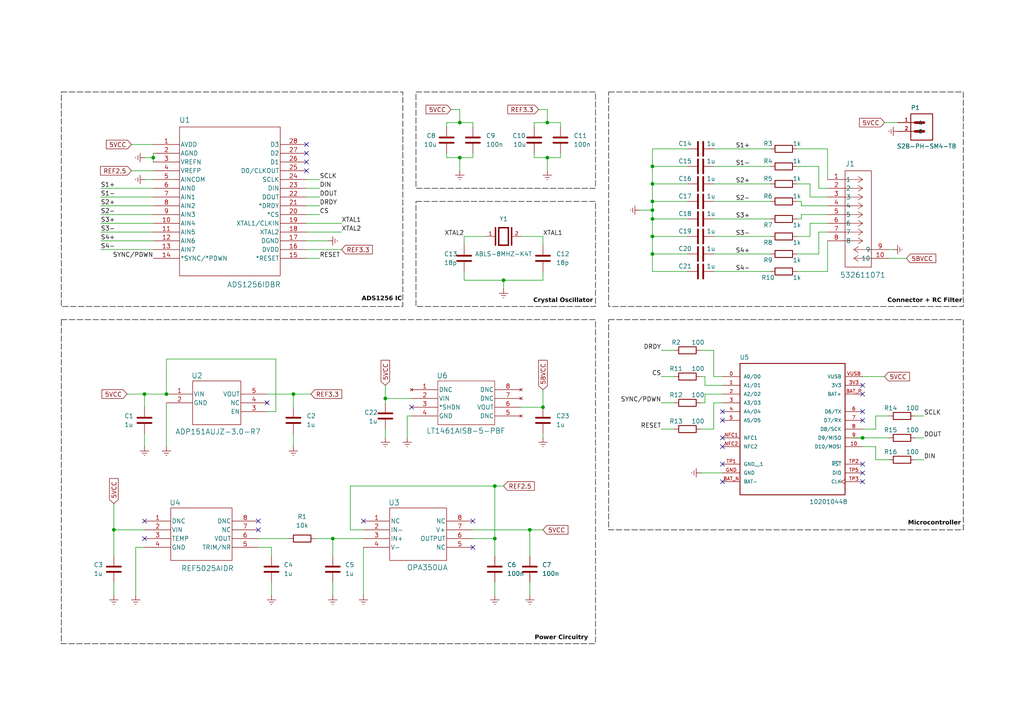
<source format=kicad_sch>
(kicad_sch (version 20231120) (generator "eeschema") (generator_version "8.0")
  (paper "A4")
  (lib_symbols
    (symbol "102010448:102010448" (pin_names (offset 1.016))
      (property "Reference" "U" (at -15.24 23.622 0))
      (property "Value" "102010448" (at 6.096 -17.78 0))
      (symbol "102010448_0_0"
        (pin bidirectional line (at -20.32 19.05 0) (length 5.08) (name "A0/D0") (number "0"))
        (pin bidirectional line (at -20.32 16.51 0) (length 5.08) (name "A1/D1") (number "1"))
        (pin bidirectional line (at 20.32 -1.27 180) (length 5.08) (name "D10/MOSI") (number "10"))
        (pin bidirectional line (at -20.32 13.97 0) (length 5.08) (name "A2/D2") (number "2"))
        (pin bidirectional line (at -20.32 11.43 0) (length 5.08) (name "A3/D3") (number "3"))
        (pin power_in line (at 20.32 16.51 180) (length 5.08) (name "3V3") (number "3V3"))
        (pin bidirectional line (at -20.32 8.89 0) (length 5.08) (name "A4/D4") (number "4"))
        (pin bidirectional line (at -20.32 6.35 0) (length 5.08) (name "A5/D5") (number "5"))
        (pin bidirectional line (at 20.32 8.89 180) (length 5.08) (name "D6/TX") (number "6"))
        (pin bidirectional line (at 20.32 6.35 180) (length 5.08) (name "D7/RX") (number "7"))
        (pin bidirectional line (at 20.32 3.81 180) (length 5.08) (name "D8/SCK") (number "8"))
        (pin bidirectional line (at 20.32 1.27 180) (length 5.08) (name "D9/MISO") (number "9"))
        (pin power_in line (at -20.32 -11.43 0) (length 5.08) (name "BAT-") (number "BAT_N"))
        (pin power_in line (at 20.32 13.97 180) (length 5.08) (name "BAT+") (number "BAT_P"))
        (pin power_in line (at -20.32 -8.89 0) (length 5.08) (name "GND") (number "GND"))
        (pin bidirectional line (at -20.32 1.27 0) (length 5.08) (name "NFC1") (number "NFC1"))
        (pin bidirectional line (at -20.32 -1.27 0) (length 5.08) (name "NFC2") (number "NFC2"))
        (pin power_in line (at -20.32 -6.35 0) (length 5.08) (name "GND__1") (number "TP1"))
        (pin input line (at 20.32 -6.35 180) (length 5.08) (name "~{RST}") (number "TP2"))
        (pin input clock (at 20.32 -11.43 180) (length 5.08) (name "CLK") (number "TP3"))
        (pin bidirectional line (at 20.32 -8.89 180) (length 5.08) (name "DIO") (number "TP5"))
        (pin power_in line (at 20.32 19.05 180) (length 5.08) (name "VUSB") (number "VUSB"))
      )
    )
    (symbol "ABLS-8.000MHZ-K4T:ABLS-8.000MHZ-K4T" (pin_names (offset 1.016))
      (property "Reference" "Y" (at -5.0878 3.8159 0))
      (property "Value" "ABLS-8.000MHZ-K4T" (at -5.0944 -5.0944 0))
      (symbol "ABLS-8.000MHZ-K4T_0_0"
        (pin passive line (at -5.08 0 0) (length 2.54) (name "~") (number "1"))
        (pin passive line (at 5.08 0 180) (length 2.54) (name "~") (number "2"))
      )
    )
    (symbol "ADP151AUJZ-3P0-R7:ADP151AUJZ-3.0-R7" (pin_names (offset 0.254))
      (property "Reference" "U2" (at 8.89 5.334 0))
      (property "Value" "ADP151AUJZ-3.0-R7" (at 14.986 -10.922 0))
      (symbol "ADP151AUJZ-3.0-R7_0_1"
        (pin input line (at 0 0 0) (length 7.62) (name "VIN") (number "1"))
        (pin power_in line (at 0 -2.54 0) (length 7.62) (name "GND") (number "2"))
        (pin input line (at 29.21 -5.08 180) (length 7.62) (name "EN") (number "3"))
        (pin no_connect line (at 29.21 -2.54 180) (length 7.62) (name "NC") (number "4"))
        (pin output line (at 29.21 0 180) (length 7.62) (name "VOUT") (number "5"))
      )
    )
    (symbol "ADS1256IDBR:ADS1256IDBR" (pin_names (offset 0.254))
      (property "Reference" "U1" (at 9.144 7.112 0))
      (property "Value" "ADS1256IDBR" (at 29.21 -40.64 0))
      (symbol "ADS1256IDBR_0_1"
        (pin power_in line (at 0 0 0) (length 7.62) (name "AVDD") (number "1"))
        (pin input line (at 0 -22.86 0) (length 7.62) (name "AIN4") (number "10"))
        (pin input line (at 0 -25.4 0) (length 7.62) (name "AIN5") (number "11"))
        (pin input line (at 0 -27.94 0) (length 7.62) (name "AIN6") (number "12"))
        (pin input line (at 0 -30.48 0) (length 7.62) (name "AIN7") (number "13"))
        (pin input line (at 0 -33.02 0) (length 7.62) (name "*SYNC/*PDWN") (number "14"))
        (pin input line (at 44.45 -33.02 180) (length 7.62) (name "*RESET") (number "15"))
        (pin power_in line (at 44.45 -30.48 180) (length 7.62) (name "DVDD") (number "16"))
        (pin power_in line (at 44.45 -27.94 180) (length 7.62) (name "DGND") (number "17"))
        (pin unspecified line (at 44.45 -25.4 180) (length 7.62) (name "XTAL2") (number "18"))
        (pin input line (at 44.45 -22.86 180) (length 7.62) (name "XTAL1/CLKIN") (number "19"))
        (pin power_in line (at 0 -2.54 0) (length 7.62) (name "AGND") (number "2"))
        (pin input line (at 44.45 -20.32 180) (length 7.62) (name "*CS") (number "20"))
        (pin output line (at 44.45 -17.78 180) (length 7.62) (name "*DRDY") (number "21"))
        (pin output line (at 44.45 -15.24 180) (length 7.62) (name "DOUT") (number "22"))
        (pin input line (at 44.45 -12.7 180) (length 7.62) (name "DIN") (number "23"))
        (pin input line (at 44.45 -10.16 180) (length 7.62) (name "SCLK") (number "24"))
        (pin bidirectional line (at 44.45 -7.62 180) (length 7.62) (name "D0/CLKOUT") (number "25"))
        (pin bidirectional line (at 44.45 -5.08 180) (length 7.62) (name "D1") (number "26"))
        (pin bidirectional line (at 44.45 -2.54 180) (length 7.62) (name "D2") (number "27"))
        (pin bidirectional line (at 44.45 0 180) (length 7.62) (name "D3") (number "28"))
        (pin input line (at 0 -5.08 0) (length 7.62) (name "VREFN") (number "3"))
        (pin input line (at 0 -7.62 0) (length 7.62) (name "VREFP") (number "4"))
        (pin input line (at 0 -10.16 0) (length 7.62) (name "AINCOM") (number "5"))
        (pin input line (at 0 -12.7 0) (length 7.62) (name "AIN0") (number "6"))
        (pin input line (at 0 -15.24 0) (length 7.62) (name "AIN1") (number "7"))
        (pin input line (at 0 -17.78 0) (length 7.62) (name "AIN2") (number "8"))
        (pin input line (at 0 -20.32 0) (length 7.62) (name "AIN3") (number "9"))
      )
    )
    (symbol "CONN_532610001:532611071" (pin_names (offset 0.254))
      (property "Reference" "J1" (at 5.08 4.572 0))
      (property "Value" "532611071" (at 3.556 -27.686 0))
      (symbol "532611071_1_1"
        (pin unspecified line (at 0 0 0) (length 5.08) (name "1") (number "1"))
        (pin unspecified line (at 17.78 -22.86 180) (length 5.08) (name "10") (number "10"))
        (pin unspecified line (at 0 -2.54 0) (length 5.08) (name "2") (number "2"))
        (pin unspecified line (at 0 -5.08 0) (length 5.08) (name "3") (number "3"))
        (pin unspecified line (at 0 -7.62 0) (length 5.08) (name "4") (number "4"))
        (pin unspecified line (at 0 -10.16 0) (length 5.08) (name "5") (number "5"))
        (pin unspecified line (at 0 -12.7 0) (length 5.08) (name "6") (number "6"))
        (pin unspecified line (at 0 -15.24 0) (length 5.08) (name "7") (number "7"))
        (pin unspecified line (at 0 -17.78 0) (length 5.08) (name "8") (number "8"))
        (pin unspecified line (at 17.78 -20.32 180) (length 5.08) (name "9") (number "9"))
      )
      (symbol "532611071_1_2"
        (pin unspecified line (at 0 0 0) (length 5.08) (name "1") (number "1"))
        (pin unspecified line (at 0 -22.86 0) (length 5.08) (name "10") (number "10"))
        (pin unspecified line (at 0 -2.54 0) (length 5.08) (name "2") (number "2"))
        (pin unspecified line (at 0 -5.08 0) (length 5.08) (name "3") (number "3"))
        (pin unspecified line (at 0 -7.62 0) (length 5.08) (name "4") (number "4"))
        (pin unspecified line (at 0 -10.16 0) (length 5.08) (name "5") (number "5"))
        (pin unspecified line (at 0 -12.7 0) (length 5.08) (name "6") (number "6"))
        (pin unspecified line (at 0 -15.24 0) (length 5.08) (name "7") (number "7"))
        (pin unspecified line (at 0 -17.78 0) (length 5.08) (name "8") (number "8"))
        (pin unspecified line (at 0 -20.32 0) (length 5.08) (name "9") (number "9"))
      )
    )
    (symbol "Device:C" (pin_numbers hide) (pin_names (offset 0.254))
      (property "Reference" "C" (at 0.635 2.54 0))
      (property "Value" "C" (at 0.635 -2.54 0))
      (symbol "C_1_1"
        (pin passive line (at 0 3.81 270) (length 2.794) (name "~") (number "1"))
        (pin passive line (at 0 -3.81 90) (length 2.794) (name "~") (number "2"))
      )
    )
    (symbol "Device:R" (pin_numbers hide) (pin_names (offset 0))
      (property "Reference" "R" (at 2.032 0 90))
      (property "Value" "R" (at 0 0 90))
      (symbol "R_1_1"
        (pin passive line (at 0 3.81 270) (length 1.27) (name "~") (number "1"))
        (pin passive line (at 0 -3.81 90) (length 1.27) (name "~") (number "2"))
      )
    )
    (symbol "JST_S2B-PH-SM4-TB:S2B-PH-SM4-TB" (pin_names (offset 1.016))
      (property "Reference" "P" (at -1.2718 3.8155 0))
      (property "Value" "S2B-PH-SM4-TB" (at -1.271 -5.0839 0))
      (symbol "S2B-PH-SM4-TB_0_0"
        (pin passive line (at -5.08 1.27 0) (length 5.08) (name "1") (number "1"))
        (pin passive line (at -5.08 -1.27 0) (length 5.08) (name "2") (number "2"))
      )
    )
    (symbol "LT1461AIS8-5_PBF:LT1461AIS8-5-PBF" (pin_names (offset 0.254))
      (property "Reference" "U" (at 8.382 6.604 0))
      (property "Value" "LT1461AIS8-5-PBF" (at 15.748 -9.652 0))
      (symbol "LT1461AIS8-5-PBF_0_1"
        (pin no_connect line (at 0 2.54 0) (length 7.62) (name "DNC") (number "1"))
        (pin input line (at 0 0 0) (length 7.62) (name "VIN") (number "2"))
        (pin unspecified line (at 0 -2.54 0) (length 7.62) (name "*SHDN") (number "3"))
        (pin power_in line (at 0 -5.08 0) (length 7.62) (name "GND") (number "4"))
        (pin no_connect line (at 31.75 -5.08 180) (length 7.62) (name "DNC") (number "5"))
        (pin output line (at 31.75 -2.54 180) (length 7.62) (name "VOUT") (number "6"))
        (pin no_connect line (at 31.75 0 180) (length 7.62) (name "DNC") (number "7"))
        (pin no_connect line (at 31.75 2.54 180) (length 7.62) (name "DNC") (number "8"))
      )
    )
    (symbol "OPA350UA:OPA350UA" (pin_names (offset 0.254))
      (property "Reference" "U3" (at 8.89 5.334 0))
      (property "Value" "OPA350UA" (at 18.542 -13.462 0))
      (symbol "OPA350UA_0_1"
        (pin unspecified line (at 0 0 0) (length 7.62) (name "NC") (number "1"))
        (pin input line (at 0 -2.54 0) (length 7.62) (name "IN-") (number "2"))
        (pin input line (at 0 -5.08 0) (length 7.62) (name "IN+") (number "3"))
        (pin power_in line (at 0 -7.62 0) (length 7.62) (name "V-") (number "4"))
        (pin unspecified line (at 31.75 -7.62 180) (length 7.62) (name "NC") (number "5"))
        (pin output line (at 31.75 -5.08 180) (length 7.62) (name "OUTPUT") (number "6"))
        (pin power_in line (at 31.75 -2.54 180) (length 7.62) (name "V+") (number "7"))
        (pin unspecified line (at 31.75 0 180) (length 7.62) (name "NC") (number "8"))
      )
    )
    (symbol "REF5025AIDR:REF5025AIDR" (pin_names (offset 0.254))
      (property "Reference" "U4" (at 8.89 5.334 0))
      (property "Value" "REF5025AIDR" (at 18.288 -13.716 0))
      (symbol "REF5025AIDR_0_1"
        (pin unspecified line (at 0 0 0) (length 7.62) (name "DNC") (number "1"))
        (pin input line (at 0 -2.54 0) (length 7.62) (name "VIN") (number "2"))
        (pin unspecified line (at 0 -5.08 0) (length 7.62) (name "TEMP") (number "3"))
        (pin unspecified line (at 0 -7.62 0) (length 7.62) (name "GND") (number "4"))
        (pin unspecified line (at 33.02 -7.62 180) (length 7.62) (name "TRIM/NR") (number "5"))
        (pin output line (at 33.02 -5.08 180) (length 7.62) (name "VOUT") (number "6"))
        (pin unspecified line (at 33.02 -2.54 180) (length 7.62) (name "NC") (number "7"))
        (pin unspecified line (at 33.02 0 180) (length 7.62) (name "DNC") (number "8"))
      )
    )
    (symbol "power:Earth" (power) (pin_numbers hide) (pin_names (offset 0) hide)
      (property "Value" "Earth" (at 0 -3.81 0))
      (symbol "Earth_1_1"
        (pin power_in line (at 0 0 270) (length 0) (name "~") (number "1"))
      )
    )
  )
  (junction (at 189.23 68.58))
  (junction (at 158.75 35.56))
  (junction (at 250.19 127))
  (junction (at 189.23 73.66))
  (junction (at 153.67 153.67))
  (junction (at 111.76 115.57))
  (junction (at 189.23 58.42))
  (junction (at 41.91 114.3))
  (junction (at 96.52 156.21))
  (junction (at 48.26 114.3))
  (junction (at 146.05 81.28))
  (junction (at 44.45 45.72))
  (junction (at 189.23 60.96))
  (junction (at 157.48 118.11))
  (junction (at 158.75 45.72))
  (junction (at 133.35 45.72))
  (junction (at 189.23 48.26))
  (junction (at 143.51 156.21))
  (junction (at 33.02 153.67))
  (junction (at 189.23 63.5))
  (junction (at 85.09 114.3))
  (junction (at 133.35 35.56))
  (junction (at 143.51 140.97))
  (junction (at 189.23 53.34))
  (no_connect (at 250.19 134.62))
  (no_connect (at 74.93 151.13))
  (no_connect (at 209.55 134.62))
  (no_connect (at 105.41 151.13))
  (no_connect (at 137.16 158.75))
  (no_connect (at 209.55 139.7))
  (no_connect (at 88.9 44.45))
  (no_connect (at 88.9 41.91))
  (no_connect (at 250.19 114.3))
  (no_connect (at 88.9 49.53))
  (no_connect (at 209.55 119.38))
  (no_connect (at 209.55 129.54))
  (no_connect (at 88.9 46.99))
  (no_connect (at 119.38 118.11))
  (no_connect (at 250.19 139.7))
  (no_connect (at 250.19 137.16))
  (no_connect (at 41.91 151.13))
  (no_connect (at 250.19 111.76))
  (no_connect (at 250.19 119.38))
  (no_connect (at 209.55 127))
  (no_connect (at 74.93 153.67))
  (no_connect (at 250.19 121.92))
  (no_connect (at 137.16 151.13))
  (no_connect (at 209.55 121.92))
  (no_connect (at 41.91 156.21))
  (no_connect (at 77.47 116.84))
  (wire (pts (xy 92.71 59.69) (xy 88.9 59.69)))
  (wire (pts (xy 99.06 67.31) (xy 88.9 67.31)))
  (wire (pts (xy 29.21 72.39) (xy 44.45 72.39)))
  (wire (pts (xy 77.47 114.3) (xy 85.09 114.3)))
  (wire (pts (xy 237.49 54.61) (xy 240.03 54.61)))
  (wire (pts (xy 92.71 62.23) (xy 88.9 62.23)))
  (wire (pts (xy 189.23 58.42) (xy 189.23 53.34)))
  (wire (pts (xy 189.23 60.96) (xy 189.23 63.5)))
  (wire (pts (xy 29.21 64.77) (xy 44.45 64.77)))
  (wire (pts (xy 231.14 48.26) (xy 237.49 48.26)))
  (wire (pts (xy 143.51 156.21) (xy 143.51 161.29)))
  (wire (pts (xy 154.94 35.56) (xy 158.75 35.56)))
  (wire (pts (xy 154.94 45.72) (xy 154.94 44.45)))
  (wire (pts (xy 78.74 161.29) (xy 78.74 158.75)))
  (wire (pts (xy 96.52 156.21) (xy 96.52 161.29)))
  (wire (pts (xy 33.02 172.72) (xy 33.02 168.91)))
  (wire (pts (xy 101.6 153.67) (xy 101.6 140.97)))
  (wire (pts (xy 262.89 74.93) (xy 257.81 74.93)))
  (wire (pts (xy 153.67 172.72) (xy 153.67 168.91)))
  (wire (pts (xy 189.23 53.34) (xy 189.23 48.26)))
  (wire (pts (xy 44.45 45.72) (xy 44.45 46.99)))
  (wire (pts (xy 231.14 43.18) (xy 240.03 43.18)))
  (wire (pts (xy 29.21 59.69) (xy 44.45 59.69)))
  (wire (pts (xy 256.54 35.56) (xy 260.35 35.56)))
  (wire (pts (xy 158.75 49.53) (xy 158.75 45.72)))
  (wire (pts (xy 146.05 81.28) (xy 146.05 83.82)))
  (wire (pts (xy 77.47 119.38) (xy 80.01 119.38)))
  (wire (pts (xy 207.01 68.58) (xy 223.52 68.58)))
  (wire (pts (xy 157.48 68.58) (xy 157.48 71.12)))
  (wire (pts (xy 207.01 43.18) (xy 223.52 43.18)))
  (wire (pts (xy 191.77 109.22) (xy 195.58 109.22)))
  (wire (pts (xy 204.47 116.84) (xy 204.47 114.3)))
  (wire (pts (xy 134.62 81.28) (xy 146.05 81.28)))
  (wire (pts (xy 231.14 53.34) (xy 234.95 53.34)))
  (wire (pts (xy 250.19 124.46) (xy 254 124.46)))
  (wire (pts (xy 189.23 73.66) (xy 199.39 73.66)))
  (wire (pts (xy 85.09 114.3) (xy 85.09 118.11)))
  (wire (pts (xy 111.76 116.84) (xy 111.76 115.57)))
  (wire (pts (xy 130.81 31.75) (xy 133.35 31.75)))
  (wire (pts (xy 101.6 140.97) (xy 143.51 140.97)))
  (wire (pts (xy 41.91 45.72) (xy 44.45 45.72)))
  (wire (pts (xy 234.95 53.34) (xy 234.95 57.15)))
  (wire (pts (xy 189.23 53.34) (xy 199.39 53.34)))
  (wire (pts (xy 259.08 72.39) (xy 257.81 72.39)))
  (wire (pts (xy 237.49 48.26) (xy 237.49 54.61)))
  (wire (pts (xy 38.1 41.91) (xy 44.45 41.91)))
  (wire (pts (xy 134.62 68.58) (xy 140.97 68.58)))
  (wire (pts (xy 29.21 57.15) (xy 44.45 57.15)))
  (wire (pts (xy 92.71 52.07) (xy 88.9 52.07)))
  (wire (pts (xy 237.49 67.31) (xy 240.03 67.31)))
  (wire (pts (xy 254 133.35) (xy 254 129.54)))
  (wire (pts (xy 41.91 129.54) (xy 41.91 125.73)))
  (wire (pts (xy 33.02 153.67) (xy 33.02 161.29)))
  (wire (pts (xy 134.62 78.74) (xy 134.62 81.28)))
  (wire (pts (xy 33.02 146.05) (xy 33.02 153.67)))
  (wire (pts (xy 231.14 73.66) (xy 237.49 73.66)))
  (wire (pts (xy 189.23 78.74) (xy 199.39 78.74)))
  (wire (pts (xy 41.91 114.3) (xy 41.91 118.11)))
  (wire (pts (xy 36.83 114.3) (xy 41.91 114.3)))
  (wire (pts (xy 146.05 81.28) (xy 157.48 81.28)))
  (wire (pts (xy 232.41 59.69) (xy 240.03 59.69)))
  (wire (pts (xy 129.54 45.72) (xy 133.35 45.72)))
  (wire (pts (xy 207.01 53.34) (xy 223.52 53.34)))
  (wire (pts (xy 203.2 137.16) (xy 209.55 137.16)))
  (wire (pts (xy 96.52 156.21) (xy 105.41 156.21)))
  (wire (pts (xy 207.01 109.22) (xy 209.55 109.22)))
  (wire (pts (xy 111.76 115.57) (xy 119.38 115.57)))
  (wire (pts (xy 250.19 129.54) (xy 254 129.54)))
  (wire (pts (xy 231.14 78.74) (xy 240.03 78.74)))
  (wire (pts (xy 80.01 104.14) (xy 48.26 104.14)))
  (wire (pts (xy 158.75 45.72) (xy 162.56 45.72)))
  (wire (pts (xy 250.19 127) (xy 257.81 127)))
  (wire (pts (xy 257.81 120.65) (xy 254 120.65)))
  (wire (pts (xy 39.37 172.72) (xy 39.37 158.75)))
  (wire (pts (xy 231.14 68.58) (xy 234.95 68.58)))
  (wire (pts (xy 189.23 48.26) (xy 199.39 48.26)))
  (wire (pts (xy 157.48 127) (xy 157.48 125.73)))
  (wire (pts (xy 154.94 36.83) (xy 154.94 35.56)))
  (wire (pts (xy 162.56 35.56) (xy 162.56 36.83)))
  (wire (pts (xy 99.06 64.77) (xy 88.9 64.77)))
  (wire (pts (xy 267.97 127) (xy 265.43 127)))
  (wire (pts (xy 234.95 64.77) (xy 240.03 64.77)))
  (wire (pts (xy 240.03 43.18) (xy 240.03 52.07)))
  (wire (pts (xy 80.01 119.38) (xy 80.01 104.14)))
  (wire (pts (xy 158.75 31.75) (xy 158.75 35.56)))
  (wire (pts (xy 204.47 109.22) (xy 204.47 111.76)))
  (wire (pts (xy 74.93 156.21) (xy 83.82 156.21)))
  (wire (pts (xy 137.16 153.67) (xy 153.67 153.67)))
  (wire (pts (xy 157.48 118.11) (xy 151.13 118.11)))
  (wire (pts (xy 232.41 58.42) (xy 232.41 59.69)))
  (wire (pts (xy 189.23 63.5) (xy 199.39 63.5)))
  (wire (pts (xy 232.41 62.23) (xy 240.03 62.23)))
  (wire (pts (xy 207.01 116.84) (xy 209.55 116.84)))
  (wire (pts (xy 267.97 120.65) (xy 265.43 120.65)))
  (wire (pts (xy 92.71 54.61) (xy 88.9 54.61)))
  (wire (pts (xy 129.54 36.83) (xy 129.54 35.56)))
  (wire (pts (xy 85.09 129.54) (xy 85.09 125.73)))
  (wire (pts (xy 137.16 156.21) (xy 143.51 156.21)))
  (wire (pts (xy 157.48 153.67) (xy 153.67 153.67)))
  (wire (pts (xy 111.76 111.76) (xy 111.76 115.57)))
  (wire (pts (xy 189.23 68.58) (xy 199.39 68.58)))
  (wire (pts (xy 133.35 45.72) (xy 133.35 49.53)))
  (wire (pts (xy 154.94 45.72) (xy 158.75 45.72)))
  (wire (pts (xy 146.05 140.97) (xy 143.51 140.97)))
  (wire (pts (xy 204.47 114.3) (xy 209.55 114.3)))
  (wire (pts (xy 78.74 158.75) (xy 74.93 158.75)))
  (wire (pts (xy 38.1 49.53) (xy 44.45 49.53)))
  (wire (pts (xy 91.44 156.21) (xy 96.52 156.21)))
  (wire (pts (xy 191.77 124.46) (xy 195.58 124.46)))
  (wire (pts (xy 33.02 153.67) (xy 41.91 153.67)))
  (wire (pts (xy 189.23 43.18) (xy 199.39 43.18)))
  (wire (pts (xy 158.75 35.56) (xy 162.56 35.56)))
  (wire (pts (xy 157.48 113.03) (xy 157.48 118.11)))
  (wire (pts (xy 203.2 124.46) (xy 207.01 124.46)))
  (wire (pts (xy 44.45 44.45) (xy 44.45 45.72)))
  (wire (pts (xy 129.54 35.56) (xy 133.35 35.56)))
  (wire (pts (xy 232.41 58.42) (xy 231.14 58.42)))
  (wire (pts (xy 247.65 127) (xy 250.19 127)))
  (wire (pts (xy 191.77 116.84) (xy 195.58 116.84)))
  (wire (pts (xy 129.54 45.72) (xy 129.54 44.45)))
  (wire (pts (xy 111.76 127) (xy 111.76 124.46)))
  (wire (pts (xy 88.9 69.85) (xy 95.25 69.85)))
  (wire (pts (xy 240.03 78.74) (xy 240.03 69.85)))
  (wire (pts (xy 143.51 156.21) (xy 143.51 140.97)))
  (wire (pts (xy 133.35 31.75) (xy 133.35 35.56)))
  (wire (pts (xy 105.41 153.67) (xy 101.6 153.67)))
  (wire (pts (xy 232.41 63.5) (xy 231.14 63.5)))
  (wire (pts (xy 189.23 58.42) (xy 199.39 58.42)))
  (wire (pts (xy 29.21 54.61) (xy 44.45 54.61)))
  (wire (pts (xy 189.23 68.58) (xy 189.23 73.66)))
  (wire (pts (xy 234.95 57.15) (xy 240.03 57.15)))
  (wire (pts (xy 207.01 73.66) (xy 223.52 73.66)))
  (wire (pts (xy 134.62 71.12) (xy 134.62 68.58)))
  (wire (pts (xy 29.21 62.23) (xy 44.45 62.23)))
  (wire (pts (xy 207.01 58.42) (xy 223.52 58.42)))
  (wire (pts (xy 254 120.65) (xy 254 124.46)))
  (wire (pts (xy 203.2 101.6) (xy 207.01 101.6)))
  (wire (pts (xy 203.2 109.22) (xy 204.47 109.22)))
  (wire (pts (xy 234.95 68.58) (xy 234.95 64.77)))
  (wire (pts (xy 153.67 153.67) (xy 153.67 161.29)))
  (wire (pts (xy 137.16 45.72) (xy 137.16 44.45)))
  (wire (pts (xy 156.21 31.75) (xy 158.75 31.75)))
  (wire (pts (xy 78.74 172.72) (xy 78.74 168.91)))
  (wire (pts (xy 85.09 114.3) (xy 90.17 114.3)))
  (wire (pts (xy 118.11 120.65) (xy 119.38 120.65)))
  (wire (pts (xy 137.16 35.56) (xy 137.16 36.83)))
  (wire (pts (xy 105.41 158.75) (xy 105.41 172.72)))
  (wire (pts (xy 118.11 127) (xy 118.11 120.65)))
  (wire (pts (xy 48.26 116.84) (xy 48.26 129.54)))
  (wire (pts (xy 189.23 73.66) (xy 189.23 78.74)))
  (wire (pts (xy 237.49 73.66) (xy 237.49 67.31)))
  (wire (pts (xy 133.35 35.56) (xy 137.16 35.56)))
  (wire (pts (xy 204.47 111.76) (xy 209.55 111.76)))
  (wire (pts (xy 151.13 68.58) (xy 157.48 68.58)))
  (wire (pts (xy 191.77 101.6) (xy 195.58 101.6)))
  (wire (pts (xy 157.48 78.74) (xy 157.48 81.28)))
  (wire (pts (xy 92.71 57.15) (xy 88.9 57.15)))
  (wire (pts (xy 185.42 60.96) (xy 189.23 60.96)))
  (wire (pts (xy 48.26 104.14) (xy 48.26 114.3)))
  (wire (pts (xy 207.01 78.74) (xy 223.52 78.74)))
  (wire (pts (xy 256.54 109.22) (xy 250.19 109.22)))
  (wire (pts (xy 232.41 63.5) (xy 232.41 62.23)))
  (wire (pts (xy 133.35 45.72) (xy 137.16 45.72)))
  (wire (pts (xy 162.56 45.72) (xy 162.56 44.45)))
  (wire (pts (xy 207.01 63.5) (xy 223.52 63.5)))
  (wire (pts (xy 189.23 48.26) (xy 189.23 43.18)))
  (wire (pts (xy 207.01 48.26) (xy 223.52 48.26)))
  (wire (pts (xy 203.2 116.84) (xy 204.47 116.84)))
  (wire (pts (xy 257.81 133.35) (xy 254 133.35)))
  (wire (pts (xy 207.01 101.6) (xy 207.01 109.22)))
  (wire (pts (xy 189.23 63.5) (xy 189.23 68.58)))
  (wire (pts (xy 207.01 124.46) (xy 207.01 116.84)))
  (wire (pts (xy 41.91 114.3) (xy 48.26 114.3)))
  (wire (pts (xy 92.71 74.93) (xy 88.9 74.93)))
  (wire (pts (xy 189.23 60.96) (xy 189.23 58.42)))
  (wire (pts (xy 39.37 158.75) (xy 41.91 158.75)))
  (wire (pts (xy 267.97 133.35) (xy 265.43 133.35)))
  (wire (pts (xy 143.51 172.72) (xy 143.51 168.91)))
  (wire (pts (xy 88.9 72.39) (xy 99.06 72.39)))
  (wire (pts (xy 29.21 67.31) (xy 44.45 67.31)))
  (wire (pts (xy 41.91 52.07) (xy 44.45 52.07)))
  (wire (pts (xy 29.21 69.85) (xy 44.45 69.85)))
  (wire (pts (xy 96.52 172.72) (xy 96.52 168.91)))
  (rectangle (start 176.53 92.71) (end 279.4 153.67) (stroke (width 0) (type dash) (color 0 0 0 1)))
  (rectangle (start 17.78 26.67) (end 116.84 88.9) (stroke (width 0) (type dash) (color 0 0 0 1)))
  (rectangle (start 120.65 58.42) (end 172.72 88.9) (stroke (width 0) (type dash) (color 0 0 0 1)))
  (rectangle (start 17.78 92.71) (end 172.72 186.69) (stroke (width 0) (type dash) (color 0 0 0 1)))
  (rectangle (start 120.65 26.67) (end 172.72 54.61) (stroke (width 0) (type dash) (color 0 0 0 1)))
  (rectangle (start 176.53 26.67) (end 279.4 88.9) (stroke (width 0) (type dash) (color 0 0 0 1)))
  (text "Connector + RC Filter\n" (at 268.224 87.63 0) (effects (font (size 1.27 1.27) (bold yes))))
  (text "Microcontroller" (at 271.018 152.146 0) (effects (font (size 1.27 1.27) (bold yes))))
  (text "Power Circuitry\n" (at 162.814 185.42 0) (effects (font (size 1.27 1.27) (bold yes))))
  (text "ADS1256 IC\n" (at 110.744 87.122 0) (effects (font (size 1.27 1.27) (thickness 0.254) (bold yes))))
  (text "Crystal Oscillator\n" (at 163.322 87.63 0) (effects (font (size 1.27 1.27) (bold yes))))
  (label "XTAL2" (at 99.06 67.31 0))
  (label "XTAL1" (at 99.06 64.77 0))
  (label "S1-" (at 29.21 57.15 0))
  (label "RESET" (at 92.71 74.93 0))
  (label "XTAL2" (at 134.62 68.58 180))
  (label "SCLK" (at 92.71 52.07 0))
  (label "SYNC{slash}PDWN" (at 191.77 116.84 180))
  (label "DIN" (at 267.97 133.35 0))
  (label "S3+" (at 213.36 63.5 0))
  (label "CS" (at 92.71 62.23 0))
  (label "S3+" (at 29.21 64.77 0))
  (label "XTAL1" (at 157.48 68.58 0))
  (label "S4-" (at 213.36 78.74 0))
  (label "S4+" (at 29.21 69.85 0))
  (label "S1+" (at 29.21 54.61 0))
  (label "S4+" (at 213.36 73.66 0))
  (label "S3-" (at 213.36 68.58 0))
  (label "S2-" (at 213.36 58.42 0))
  (label "S2+" (at 213.36 53.34 0))
  (label "DRDY" (at 92.71 59.69 0))
  (label "DRDY" (at 191.77 101.6 180))
  (label "DOUT" (at 267.97 127 0))
  (label "S1+" (at 213.36 43.18 0))
  (label "S3-" (at 29.21 67.31 0))
  (label "CS" (at 191.77 109.22 180))
  (label "S2-" (at 29.21 62.23 0))
  (label "DIN" (at 92.71 54.61 0))
  (label "S4-" (at 29.21 72.39 0))
  (label "DOUT" (at 92.71 57.15 0))
  (label "RESET" (at 191.77 124.46 180))
  (label "S2+" (at 29.21 59.69 0))
  (label "SYNC{slash}PDWN" (at 44.45 74.93 180))
  (label "S1-" (at 213.36 48.26 0))
  (label "SCLK" (at 267.97 120.65 0))
  (global_label "5VCC" (shape input) (at 111.76 111.76 90) (property "Intersheetrefs" "${INTERSHEET_REFS}" (effects (hide yes))))
  (global_label "5VCC" (shape input) (at 256.54 109.22 0) (property "Intersheetrefs" "${INTERSHEET_REFS}" (effects (hide yes))))
  (global_label "5VCC" (shape input) (at 38.1 41.91 180) (property "Intersheetrefs" "${INTERSHEET_REFS}" (effects (hide yes))))
  (global_label "5VCC" (shape input) (at 256.54 35.56 180) (property "Intersheetrefs" "${INTERSHEET_REFS}" (effects (hide yes))))
  (global_label "5VCC" (shape input) (at 130.81 31.75 180) (property "Intersheetrefs" "${INTERSHEET_REFS}" (effects (hide yes))))
  (global_label "5BVCC" (shape input) (at 262.89 74.93 0) (property "Intersheetrefs" "${INTERSHEET_REFS}" (effects (hide yes))))
  (global_label "REF2.5" (shape input) (at 146.05 140.97 0) (property "Intersheetrefs" "${INTERSHEET_REFS}" (effects (hide yes))))
  (global_label "REF2.5" (shape input) (at 38.1 49.53 180) (property "Intersheetrefs" "${INTERSHEET_REFS}" (effects (hide yes))))
  (global_label "REF3.3" (shape input) (at 156.21 31.75 180) (property "Intersheetrefs" "${INTERSHEET_REFS}" (effects (hide yes))))
  (global_label "5VCC" (shape input) (at 157.48 153.67 0) (property "Intersheetrefs" "${INTERSHEET_REFS}" (effects (hide yes))))
  (global_label "5BVCC" (shape input) (at 157.48 113.03 90) (property "Intersheetrefs" "${INTERSHEET_REFS}" (effects (hide yes))))
  (global_label "REF3.3" (shape input) (at 90.17 114.3 0) (property "Intersheetrefs" "${INTERSHEET_REFS}" (effects (hide yes))))
  (global_label "5VCC" (shape input) (at 36.83 114.3 180) (property "Intersheetrefs" "${INTERSHEET_REFS}" (effects (hide yes))))
  (global_label "REF3.3" (shape input) (at 99.06 72.39 0) (property "Intersheetrefs" "${INTERSHEET_REFS}" (effects (hide yes))))
  (global_label "5VCC" (shape input) (at 33.02 146.05 90) (property "Intersheetrefs" "${INTERSHEET_REFS}" (effects (hide yes))))
  (symbol (lib_id "Device:C") (at 137.16 40.64 180) (unit 1)
    (property "Reference" "C9" (at 140.97 39.37 0) (effects (justify right)))
    (property "Value" "100n" (at 140.97 41.91 0) (effects (justify right)))
    (property "Footprint" "Capacitor_SMD:C_0201_0603Metric_Pad0.64x0.40mm_HandSolder" (effects (hide yes)))
    (property "Description" "Unpolarized capacitor" (effects (hide yes)))
  )
  (symbol (lib_id "CONN_532610001:532611071") (at 240.03 52.07 0) (unit 1)
    (property "Reference" "J1" (at 245.11 47.498 0) (effects (font (size 1.524 1.524)) (justify left)))
    (property "Value" "532611071" (at 243.586 79.756 0) (effects (font (size 1.524 1.524)) (justify left)))
    (property "Footprint" "daFootprints:CONN_532610001" (effects (hide yes)))
    (property "Datasheet" "532611071" (effects (hide yes)))
  )
  (symbol (lib_id "Device:C") (at 203.2 43.18 270) (unit 1)
    (property "Reference" "C14" (at 200.66 41.656 90) (effects (justify right)))
    (property "Value" "1u" (at 207.518 41.656 90) (effects (justify right)))
    (property "Footprint" "Capacitor_SMD:C_0201_0603Metric_Pad0.64x0.40mm_HandSolder" (effects (hide yes)))
    (property "Description" "Unpolarized capacitor" (effects (hide yes)))
  )
  (symbol (lib_id "Device:C") (at 134.62 74.93 180) (unit 1)
    (property "Reference" "C13" (at 128.778 73.66 0) (effects (justify right)))
    (property "Value" "18p" (at 128.778 76.2 0) (effects (justify right)))
    (property "Footprint" "Capacitor_SMD:C_0201_0603Metric_Pad0.64x0.40mm_HandSolder" (effects (hide yes)))
    (property "Description" "Unpolarized capacitor" (effects (hide yes)))
  )
  (symbol (lib_id "ABLS-8.000MHZ-K4T:ABLS-8.000MHZ-K4T") (at 146.05 68.58 0) (unit 1)
    (property "Reference" "Y1" (at 146.05 63.5 0))
    (property "Value" "ABLS-8MHZ-K4T" (at 146.05 73.66 0))
    (property "Footprint" "daFootprints:XTAL_ABLS-8.000MHZ-K4T" (effects (hide yes)))
    (property "MF" "Abracon LLC" (effects (hide yes)))
    (property "MAXIMUM_PACKAGE_HEIGHT" "4.2 mm" (effects (hide yes)))
    (property "Package" "HC-49/US Abracon LLC" (effects (hide yes)))
    (property "Price" "None" (effects (hide yes)))
    (property "Check_prices" "https://www.snapeda.com/parts/ABLS-8.000MHZ-K4T/Abracon/view-part/?ref=eda" (effects (hide yes)))
    (property "STANDARD" "Manufacturer Recommendations" (effects (hide yes)))
    (property "PARTREV" "02.16.2021" (effects (hide yes)))
    (property "SnapEDA_Link" "https://www.snapeda.com/parts/ABLS-8.000MHZ-K4T/Abracon/view-part/?ref=snap" (effects (hide yes)))
    (property "MP" "ABLS-8.000MHZ-K4T" (effects (hide yes)))
    (property "Description_1" "\n                        \n                            HC/49US (AT49) SMD LOW PROFILE CRYSTAL\n                        \n" (effects (hide yes)))
    (property "Availability" "In Stock" (effects (hide yes)))
    (property "MANUFACTURER" "Abracon" (effects (hide yes)))
  )
  (symbol (lib_id "Device:C") (at 203.2 73.66 270) (unit 1)
    (property "Reference" "C20" (at 200.66 72.136 90) (effects (justify right)))
    (property "Value" "1u" (at 207.518 72.136 90) (effects (justify right)))
    (property "Footprint" "Capacitor_SMD:C_0201_0603Metric_Pad0.64x0.40mm_HandSolder" (effects (hide yes)))
    (property "Description" "Unpolarized capacitor" (effects (hide yes)))
  )
  (symbol (lib_id "Device:C") (at 33.02 165.1 180) (unit 1)
    (property "Reference" "C3" (at 27.178 163.83 0) (effects (justify right)))
    (property "Value" "1u" (at 27.178 166.37 0) (effects (justify right)))
    (property "Footprint" "Capacitor_SMD:C_0201_0603Metric_Pad0.64x0.40mm_HandSolder" (effects (hide yes)))
    (property "Description" "Unpolarized capacitor" (effects (hide yes)))
  )
  (symbol (lib_id "power:Earth") (at 96.52 172.72 0) (unit 1)
    (property "Reference" "#PWR07" (effects (hide yes)))
    (property "Value" "Earth" (effects (hide yes)))
    (property "Description" "Power symbol creates a global label with name \"Earth\"" (effects (hide yes)))
  )
  (symbol (lib_id "Device:R") (at 227.33 48.26 270) (unit 1)
    (property "Reference" "R4" (at 222.758 46.736 90))
    (property "Value" "1k" (at 231.14 46.736 90))
    (property "Footprint" "Resistor_SMD:R_0201_0603Metric_Pad0.64x0.40mm_HandSolder" (effects (hide yes)))
    (property "Description" "Resistor" (effects (hide yes)))
  )
  (symbol (lib_id "power:Earth") (at 259.08 72.39 90) (unit 1)
    (property "Reference" "#PWR018" (effects (hide yes)))
    (property "Value" "Earth" (effects (hide yes)))
    (property "Description" "Power symbol creates a global label with name \"Earth\"" (effects (hide yes)))
  )
  (symbol (lib_id "Device:R") (at 199.39 116.84 90) (unit 1)
    (property "Reference" "R12" (at 196.088 114.554 90))
    (property "Value" "100" (at 202.438 114.554 90))
    (property "Footprint" "Resistor_SMD:R_0201_0603Metric_Pad0.64x0.40mm_HandSolder" (effects (hide yes)))
    (property "Description" "Resistor" (effects (hide yes)))
  )
  (symbol (lib_id "Device:R") (at 227.33 63.5 270) (unit 1)
    (property "Reference" "R7" (at 222.758 65.278 90))
    (property "Value" "1k" (at 231.14 65.278 90))
    (property "Footprint" "Resistor_SMD:R_0201_0603Metric_Pad0.64x0.40mm_HandSolder" (effects (hide yes)))
    (property "Description" "Resistor" (effects (hide yes)))
  )
  (symbol (lib_id "Device:C") (at 203.2 68.58 270) (unit 1)
    (property "Reference" "C19" (at 200.66 67.056 90) (effects (justify right)))
    (property "Value" "1u" (at 207.518 67.056 90) (effects (justify right)))
    (property "Footprint" "Capacitor_SMD:C_0201_0603Metric_Pad0.64x0.40mm_HandSolder" (effects (hide yes)))
    (property "Description" "Unpolarized capacitor" (effects (hide yes)))
  )
  (symbol (lib_id "Device:R") (at 227.33 53.34 270) (unit 1)
    (property "Reference" "R5" (at 222.758 51.816 90))
    (property "Value" "1k" (at 231.14 51.816 90))
    (property "Footprint" "Resistor_SMD:R_0201_0603Metric_Pad0.64x0.40mm_HandSolder" (effects (hide yes)))
    (property "Description" "Resistor" (effects (hide yes)))
  )
  (symbol (lib_id "power:Earth") (at 133.35 49.53 0) (unit 1)
    (property "Reference" "#PWR011" (effects (hide yes)))
    (property "Value" "Earth" (effects (hide yes)))
    (property "Description" "Power symbol creates a global label with name \"Earth\"" (effects (hide yes)))
  )
  (symbol (lib_id "Device:R") (at 261.62 127 90) (unit 1)
    (property "Reference" "R15" (at 258.318 124.714 90))
    (property "Value" "100" (at 264.668 124.714 90))
    (property "Footprint" "Resistor_SMD:R_0201_0603Metric_Pad0.64x0.40mm_HandSolder" (effects (hide yes)))
    (property "Description" "Resistor" (effects (hide yes)))
  )
  (symbol (lib_id "Device:R") (at 199.39 109.22 90) (unit 1)
    (property "Reference" "R11" (at 196.088 106.934 90))
    (property "Value" "100" (at 202.438 106.934 90))
    (property "Footprint" "Resistor_SMD:R_0201_0603Metric_Pad0.64x0.40mm_HandSolder" (effects (hide yes)))
    (property "Description" "Resistor" (effects (hide yes)))
  )
  (symbol (lib_id "JST_S2B-PH-SM4-TB:S2B-PH-SM4-TB") (at 265.43 36.83 0) (unit 1)
    (property "Reference" "P1" (at 264.16 31.242 0) (effects (justify left)))
    (property "Value" "S2B-PH-SM4-TB" (at 260.096 42.418 0) (effects (justify left)))
    (property "Footprint" "daFootprints:JST_S2B-PH-SM4-TB" (effects (hide yes)))
    (property "MF" "JST Sales" (effects (hide yes)))
    (property "Description_1" "\n                        \n                            Connector Header Surface Mount, Right Angle 2 position 0.079 (2.00mm)\n                        \n" (effects (hide yes)))
    (property "Package" "None" (effects (hide yes)))
    (property "Price" "None" (effects (hide yes)))
    (property "Check_prices" "https://www.snapeda.com/parts/S2B-PH-SM4-TB/JST/view-part/?ref=eda" (effects (hide yes)))
    (property "SnapEDA_Link" "https://www.snapeda.com/parts/S2B-PH-SM4-TB/JST/view-part/?ref=snap" (effects (hide yes)))
    (property "MP" "S2B-PH-SM4-TB" (effects (hide yes)))
    (property "Availability" "In Stock" (effects (hide yes)))
    (property "MANUFACTURER" "JST" (effects (hide yes)))
  )
  (symbol (lib_id "power:Earth") (at 158.75 49.53 0) (unit 1)
    (property "Reference" "#PWR012" (effects (hide yes)))
    (property "Value" "Earth" (effects (hide yes)))
    (property "Description" "Power symbol creates a global label with name \"Earth\"" (effects (hide yes)))
  )
  (symbol (lib_id "power:Earth") (at 146.05 83.82 0) (unit 1)
    (property "Reference" "#PWR015" (effects (hide yes)))
    (property "Value" "Earth" (effects (hide yes)))
    (property "Description" "Power symbol creates a global label with name \"Earth\"" (effects (hide yes)))
  )
  (symbol (lib_id "Device:R") (at 261.62 120.65 90) (unit 1)
    (property "Reference" "R14" (at 258.318 118.364 90))
    (property "Value" "100" (at 264.668 118.364 90))
    (property "Footprint" "Resistor_SMD:R_0201_0603Metric_Pad0.64x0.40mm_HandSolder" (effects (hide yes)))
    (property "Description" "Resistor" (effects (hide yes)))
  )
  (symbol (lib_id "power:Earth") (at 39.37 172.72 0) (unit 1)
    (property "Reference" "#PWR05" (effects (hide yes)))
    (property "Value" "Earth" (effects (hide yes)))
    (property "Description" "Power symbol creates a global label with name \"Earth\"" (effects (hide yes)))
  )
  (symbol (lib_id "Device:R") (at 227.33 58.42 270) (unit 1)
    (property "Reference" "R6" (at 222.758 56.896 90))
    (property "Value" "1k" (at 231.14 56.896 90))
    (property "Footprint" "Resistor_SMD:R_0201_0603Metric_Pad0.64x0.40mm_HandSolder" (effects (hide yes)))
    (property "Description" "Resistor" (effects (hide yes)))
  )
  (symbol (lib_id "Device:R") (at 227.33 68.58 270) (unit 1)
    (property "Reference" "R8" (at 222.758 70.358 90))
    (property "Value" "1k" (at 231.14 70.358 90))
    (property "Footprint" "Resistor_SMD:R_0201_0603Metric_Pad0.64x0.40mm_HandSolder" (effects (hide yes)))
    (property "Description" "Resistor" (effects (hide yes)))
  )
  (symbol (lib_id "Device:C") (at 111.76 120.65 180) (unit 1)
    (property "Reference" "C22" (at 105.664 119.634 0) (effects (justify right)))
    (property "Value" "1u" (at 106.934 122.174 0) (effects (justify right)))
    (property "Footprint" "Capacitor_SMD:C_0201_0603Metric_Pad0.64x0.40mm_HandSolder" (effects (hide yes)))
    (property "Description" "Unpolarized capacitor" (effects (hide yes)))
  )
  (symbol (lib_id "power:Earth") (at 41.91 52.07 270) (unit 1)
    (property "Reference" "#PWR019" (effects (hide yes)))
    (property "Value" "Earth" (effects (hide yes)))
    (property "Description" "Power symbol creates a global label with name \"Earth\"" (effects (hide yes)))
  )
  (symbol (lib_id "Device:R") (at 227.33 78.74 270) (unit 1)
    (property "Reference" "R10" (at 222.758 80.518 90))
    (property "Value" "1k" (at 231.14 80.518 90))
    (property "Footprint" "Resistor_SMD:R_0201_0603Metric_Pad0.64x0.40mm_HandSolder" (effects (hide yes)))
    (property "Description" "Resistor" (effects (hide yes)))
  )
  (symbol (lib_id "power:Earth") (at 157.48 127 0) (unit 1)
    (property "Reference" "#PWR022" (effects (hide yes)))
    (property "Value" "Earth" (effects (hide yes)))
    (property "Description" "Power symbol creates a global label with name \"Earth\"" (effects (hide yes)))
  )
  (symbol (lib_id "ADP151AUJZ-3P0-R7:ADP151AUJZ-3.0-R7") (at 48.26 114.3 0) (unit 1)
    (property "Reference" "U2" (at 57.15 108.966 0) (effects (font (size 1.524 1.524))))
    (property "Value" "ADP151AUJZ-3.0-R7" (at 63.246 125.222 0) (effects (font (size 1.524 1.524))))
    (property "Footprint" "daFootprints:ADP151AUJZ-3P0-R7" (effects (hide yes)))
    (property "Datasheet" "ADP151AUJZ-3.0-R7" (effects (hide yes)))
  )
  (symbol (lib_id "Device:C") (at 78.74 165.1 180) (unit 1)
    (property "Reference" "C4" (at 82.296 163.83 0) (effects (justify right)))
    (property "Value" "1u" (at 82.296 166.37 0) (effects (justify right)))
    (property "Footprint" "Capacitor_SMD:C_0201_0603Metric_Pad0.64x0.40mm_HandSolder" (effects (hide yes)))
    (property "Description" "Unpolarized capacitor" (effects (hide yes)))
  )
  (symbol (lib_id "Device:R") (at 261.62 133.35 90) (unit 1)
    (property "Reference" "R16" (at 258.318 131.064 90))
    (property "Value" "100" (at 264.668 131.064 90))
    (property "Footprint" "Resistor_SMD:R_0201_0603Metric_Pad0.64x0.40mm_HandSolder" (effects (hide yes)))
    (property "Description" "Resistor" (effects (hide yes)))
  )
  (symbol (lib_id "Device:C") (at 41.91 121.92 180) (unit 1)
    (property "Reference" "C1" (at 36.068 120.65 0) (effects (justify right)))
    (property "Value" "1u" (at 36.068 123.19 0) (effects (justify right)))
    (property "Footprint" "Capacitor_SMD:C_0201_0603Metric_Pad0.64x0.40mm_HandSolder" (effects (hide yes)))
    (property "Description" "Unpolarized capacitor" (effects (hide yes)))
  )
  (symbol (lib_id "Device:C") (at 96.52 165.1 180) (unit 1)
    (property "Reference" "C5" (at 100.076 163.83 0) (effects (justify right)))
    (property "Value" "1u" (at 100.076 166.37 0) (effects (justify right)))
    (property "Footprint" "Capacitor_SMD:C_0201_0603Metric_Pad0.64x0.40mm_HandSolder" (effects (hide yes)))
    (property "Description" "Unpolarized capacitor" (effects (hide yes)))
  )
  (symbol (lib_id "power:Earth") (at 85.09 129.54 0) (unit 1)
    (property "Reference" "#PWR03" (effects (hide yes)))
    (property "Value" "Earth" (effects (hide yes)))
    (property "Description" "Power symbol creates a global label with name \"Earth\"" (effects (hide yes)))
  )
  (symbol (lib_id "REF5025AIDR:REF5025AIDR") (at 41.91 151.13 0) (unit 1)
    (property "Reference" "U4" (at 50.8 145.796 0) (effects (font (size 1.524 1.524))))
    (property "Value" "REF5025AIDR" (at 60.198 164.846 0) (effects (font (size 1.524 1.524))))
    (property "Footprint" "daFootprints:REF5025AIDR" (effects (hide yes)))
    (property "Datasheet" "REF5025AIDR" (effects (hide yes)))
  )
  (symbol (lib_id "power:Earth") (at 105.41 172.72 0) (unit 1)
    (property "Reference" "#PWR08" (effects (hide yes)))
    (property "Value" "Earth" (effects (hide yes)))
    (property "Description" "Power symbol creates a global label with name \"Earth\"" (effects (hide yes)))
  )
  (symbol (lib_id "power:Earth") (at 118.11 127 0) (unit 1)
    (property "Reference" "#PWR020" (effects (hide yes)))
    (property "Value" "Earth" (effects (hide yes)))
    (property "Description" "Power symbol creates a global label with name \"Earth\"" (effects (hide yes)))
  )
  (symbol (lib_id "Device:R") (at 227.33 43.18 270) (unit 1)
    (property "Reference" "R3" (at 222.758 41.656 90))
    (property "Value" "1k" (at 231.14 41.656 90))
    (property "Footprint" "Resistor_SMD:R_0201_0603Metric_Pad0.64x0.40mm_HandSolder" (effects (hide yes)))
    (property "Description" "Resistor" (effects (hide yes)))
  )
  (symbol (lib_id "Device:C") (at 85.09 121.92 180) (unit 1)
    (property "Reference" "C2" (at 88.9 120.65 0) (effects (justify right)))
    (property "Value" "1u" (at 88.9 123.19 0) (effects (justify right)))
    (property "Footprint" "Capacitor_SMD:C_0201_0603Metric_Pad0.64x0.40mm_HandSolder" (effects (hide yes)))
    (property "Description" "Unpolarized capacitor" (effects (hide yes)))
  )
  (symbol (lib_id "power:Earth") (at 185.42 60.96 270) (unit 1)
    (property "Reference" "#PWR017" (effects (hide yes)))
    (property "Value" "Earth" (effects (hide yes)))
    (property "Description" "Power symbol creates a global label with name \"Earth\"" (effects (hide yes)))
  )
  (symbol (lib_id "ADS1256IDBR:ADS1256IDBR") (at 44.45 41.91 0) (unit 1)
    (property "Reference" "U1" (at 53.594 34.798 0) (effects (font (size 1.524 1.524))))
    (property "Value" "ADS1256IDBR" (at 73.66 82.55 0) (effects (font (size 1.524 1.524))))
    (property "Footprint" "daFootprints:ADS1256IDBR" (effects (hide yes)))
    (property "Datasheet" "ADS1256IDBR" (effects (hide yes)))
  )
  (symbol (lib_id "Device:C") (at 143.51 165.1 180) (unit 1)
    (property "Reference" "C6" (at 147.066 163.83 0) (effects (justify right)))
    (property "Value" "100n" (at 147.066 166.37 0) (effects (justify right)))
    (property "Footprint" "Capacitor_SMD:C_0201_0603Metric_Pad0.64x0.40mm_HandSolder" (effects (hide yes)))
    (property "Description" "Unpolarized capacitor" (effects (hide yes)))
  )
  (symbol (lib_id "power:Earth") (at 41.91 129.54 0) (unit 1)
    (property "Reference" "#PWR02" (effects (hide yes)))
    (property "Value" "Earth" (effects (hide yes)))
    (property "Description" "Power symbol creates a global label with name \"Earth\"" (effects (hide yes)))
  )
  (symbol (lib_id "power:Earth") (at 95.25 69.85 90) (unit 1)
    (property "Reference" "#PWR014" (effects (hide yes)))
    (property "Value" "Earth" (effects (hide yes)))
    (property "Description" "Power symbol creates a global label with name \"Earth\"" (effects (hide yes)))
  )
  (symbol (lib_id "power:Earth") (at 153.67 172.72 0) (unit 1)
    (property "Reference" "#PWR010" (effects (hide yes)))
    (property "Value" "Earth" (effects (hide yes)))
    (property "Description" "Power symbol creates a global label with name \"Earth\"" (effects (hide yes)))
  )
  (symbol (lib_id "Device:C") (at 162.56 40.64 180) (unit 1)
    (property "Reference" "C11" (at 166.37 39.37 0) (effects (justify right)))
    (property "Value" "100n" (at 166.37 41.91 0) (effects (justify right)))
    (property "Footprint" "Capacitor_SMD:C_0201_0603Metric_Pad0.64x0.40mm_HandSolder" (effects (hide yes)))
    (property "Description" "Unpolarized capacitor" (effects (hide yes)))
  )
  (symbol (lib_id "Device:C") (at 203.2 53.34 270) (unit 1)
    (property "Reference" "C16" (at 200.66 51.816 90) (effects (justify right)))
    (property "Value" "1u" (at 207.518 51.816 90) (effects (justify right)))
    (property "Footprint" "Capacitor_SMD:C_0201_0603Metric_Pad0.64x0.40mm_HandSolder" (effects (hide yes)))
    (property "Description" "Unpolarized capacitor" (effects (hide yes)))
  )
  (symbol (lib_id "power:Earth") (at 260.35 38.1 270) (unit 1)
    (property "Reference" "#PWR023" (effects (hide yes)))
    (property "Value" "Earth" (effects (hide yes)))
    (property "Description" "Power symbol creates a global label with name \"Earth\"" (effects (hide yes)))
  )
  (symbol (lib_id "102010448:102010448") (at 229.87 128.27 0) (unit 1)
    (property "Reference" "U5" (at 215.9 103.632 0))
    (property "Value" "102010448" (at 240.284 145.542 0))
    (property "Footprint" "daFootprints:102010448" (effects (hide yes)))
    (property "MF" "Seeed Technology Co., Ltd" (effects (hide yes)))
    (property "Description_1" "\n                        \n                            nRF52840 - Transceiver; Bluetooth® 5.x (BLE) Evaluation Board\n                        \n" (effects (hide yes)))
    (property "Package" "None" (effects (hide yes)))
    (property "Price" "None" (effects (hide yes)))
    (property "Check_prices" "https://www.snapeda.com/parts/102010448/Seeed+Studio/view-part/?ref=eda" (effects (hide yes)))
    (property "STANDARD" "Manufacturer Recommendations" (effects (hide yes)))
    (property "PARTREV" "2022/08/18" (effects (hide yes)))
    (property "SnapEDA_Link" "https://www.snapeda.com/parts/102010448/Seeed+Studio/view-part/?ref=snap" (effects (hide yes)))
    (property "MP" "102010448" (effects (hide yes)))
    (property "Availability" "In Stock" (effects (hide yes)))
    (property "MANUFACTURER" "Seeed Technology Co., Ltd" (effects (hide yes)))
  )
  (symbol (lib_id "Device:C") (at 157.48 121.92 180) (unit 1)
    (property "Reference" "C23" (at 161.29 120.65 0) (effects (justify right)))
    (property "Value" "1u" (at 161.29 123.19 0) (effects (justify right)))
    (property "Footprint" "Capacitor_SMD:C_0201_0603Metric_Pad0.64x0.40mm_HandSolder" (effects (hide yes)))
    (property "Description" "Unpolarized capacitor" (effects (hide yes)))
  )
  (symbol (lib_id "Device:C") (at 153.67 165.1 180) (unit 1)
    (property "Reference" "C7" (at 157.226 163.83 0) (effects (justify right)))
    (property "Value" "100n" (at 157.226 166.37 0) (effects (justify right)))
    (property "Footprint" "Capacitor_SMD:C_0201_0603Metric_Pad0.64x0.40mm_HandSolder" (effects (hide yes)))
    (property "Description" "Unpolarized capacitor" (effects (hide yes)))
  )
  (symbol (lib_id "Device:R") (at 227.33 73.66 270) (unit 1)
    (property "Reference" "R9" (at 222.758 75.438 90))
    (property "Value" "1k" (at 231.14 75.438 90))
    (property "Footprint" "Resistor_SMD:R_0201_0603Metric_Pad0.64x0.40mm_HandSolder" (effects (hide yes)))
    (property "Description" "Resistor" (effects (hide yes)))
  )
  (symbol (lib_id "Device:C") (at 203.2 48.26 270) (unit 1)
    (property "Reference" "C15" (at 200.66 46.736 90) (effects (justify right)))
    (property "Value" "1u" (at 207.518 46.736 90) (effects (justify right)))
    (property "Footprint" "Capacitor_SMD:C_0201_0603Metric_Pad0.64x0.40mm_HandSolder" (effects (hide yes)))
    (property "Description" "Unpolarized capacitor" (effects (hide yes)))
  )
  (symbol (lib_id "power:Earth") (at 143.51 172.72 0) (unit 1)
    (property "Reference" "#PWR09" (effects (hide yes)))
    (property "Value" "Earth" (effects (hide yes)))
    (property "Description" "Power symbol creates a global label with name \"Earth\"" (effects (hide yes)))
  )
  (symbol (lib_id "power:Earth") (at 111.76 127 0) (unit 1)
    (property "Reference" "#PWR021" (effects (hide yes)))
    (property "Value" "Earth" (effects (hide yes)))
    (property "Description" "Power symbol creates a global label with name \"Earth\"" (effects (hide yes)))
  )
  (symbol (lib_id "Device:C") (at 154.94 40.64 180) (unit 1)
    (property "Reference" "C10" (at 148.59 39.37 0) (effects (justify right)))
    (property "Value" "10u" (at 148.844 41.91 0) (effects (justify right)))
    (property "Footprint" "Capacitor_SMD:C_0201_0603Metric_Pad0.64x0.40mm_HandSolder" (effects (hide yes)))
    (property "Description" "Unpolarized capacitor" (effects (hide yes)))
  )
  (symbol (lib_id "Device:R") (at 199.39 101.6 90) (unit 1)
    (property "Reference" "R2" (at 196.088 99.314 90))
    (property "Value" "100" (at 202.438 99.314 90))
    (property "Footprint" "Resistor_SMD:R_0201_0603Metric_Pad0.64x0.40mm_HandSolder" (effects (hide yes)))
    (property "Description" "Resistor" (effects (hide yes)))
  )
  (symbol (lib_id "OPA350UA:OPA350UA") (at 105.41 151.13 0) (unit 1)
    (property "Reference" "U3" (at 114.3 145.796 0) (effects (font (size 1.524 1.524))))
    (property "Value" "OPA350UA" (at 123.952 164.592 0) (effects (font (size 1.524 1.524))))
    (property "Footprint" "daFootprints:OPA350UA" (effects (hide yes)))
    (property "Datasheet" "OPA350UA" (effects (hide yes)))
  )
  (symbol (lib_id "Device:C") (at 203.2 63.5 270) (unit 1)
    (property "Reference" "C18" (at 200.66 61.976 90) (effects (justify right)))
    (property "Value" "1u" (at 207.518 61.976 90) (effects (justify right)))
    (property "Footprint" "Capacitor_SMD:C_0201_0603Metric_Pad0.64x0.40mm_HandSolder" (effects (hide yes)))
    (property "Description" "Unpolarized capacitor" (effects (hide yes)))
  )
  (symbol (lib_id "power:Earth") (at 203.2 137.16 270) (unit 1)
    (property "Reference" "#PWR016" (effects (hide yes)))
    (property "Value" "Earth" (effects (hide yes)))
    (property "Description" "Power symbol creates a global label with name \"Earth\"" (effects (hide yes)))
  )
  (symbol (lib_id "Device:R") (at 87.63 156.21 90) (unit 1)
    (property "Reference" "R1" (at 87.63 149.86 90))
    (property "Value" "10k" (at 87.63 152.4 90))
    (property "Footprint" "Resistor_SMD:R_0201_0603Metric_Pad0.64x0.40mm_HandSolder" (effects (hide yes)))
    (property "Description" "Resistor" (effects (hide yes)))
  )
  (symbol (lib_id "Device:R") (at 199.39 124.46 90) (unit 1)
    (property "Reference" "R13" (at 196.088 122.174 90))
    (property "Value" "100" (at 202.438 122.174 90))
    (property "Footprint" "Resistor_SMD:R_0201_0603Metric_Pad0.64x0.40mm_HandSolder" (effects (hide yes)))
    (property "Description" "Resistor" (effects (hide yes)))
  )
  (symbol (lib_id "Device:C") (at 129.54 40.64 180) (unit 1)
    (property "Reference" "C8" (at 123.698 39.37 0) (effects (justify right)))
    (property "Value" "10u" (at 122.936 41.91 0) (effects (justify right)))
    (property "Footprint" "Capacitor_SMD:C_0201_0603Metric_Pad0.64x0.40mm_HandSolder" (effects (hide yes)))
    (property "Description" "Unpolarized capacitor" (effects (hide yes)))
  )
  (symbol (lib_id "power:Earth") (at 33.02 172.72 0) (unit 1)
    (property "Reference" "#PWR04" (effects (hide yes)))
    (property "Value" "Earth" (effects (hide yes)))
    (property "Description" "Power symbol creates a global label with name \"Earth\"" (effects (hide yes)))
  )
  (symbol (lib_id "power:Earth") (at 78.74 172.72 0) (unit 1)
    (property "Reference" "#PWR06" (effects (hide yes)))
    (property "Value" "Earth" (effects (hide yes)))
    (property "Description" "Power symbol creates a global label with name \"Earth\"" (effects (hide yes)))
  )
  (symbol (lib_id "Device:C") (at 157.48 74.93 180) (unit 1)
    (property "Reference" "C12" (at 161.29 73.66 0) (effects (justify right)))
    (property "Value" "18p" (at 161.29 76.2 0) (effects (justify right)))
    (property "Footprint" "Capacitor_SMD:C_0201_0603Metric_Pad0.64x0.40mm_HandSolder" (effects (hide yes)))
    (property "Description" "Unpolarized capacitor" (effects (hide yes)))
  )
  (symbol (lib_id "power:Earth") (at 48.26 129.54 0) (unit 1)
    (property "Reference" "#PWR01" (effects (hide yes)))
    (property "Value" "Earth" (effects (hide yes)))
    (property "Description" "Power symbol creates a global label with name \"Earth\"" (effects (hide yes)))
  )
  (symbol (lib_id "LT1461AIS8-5_PBF:LT1461AIS8-5-PBF") (at 119.38 115.57 0) (unit 1)
    (property "Reference" "U6" (at 128.27 108.966 0) (effects (font (size 1.524 1.524))))
    (property "Value" "LT1461AIS8-5-PBF" (at 135.128 124.968 0) (effects (font (size 1.524 1.524))))
    (property "Footprint" "daFootprints:SOIC127P600X175-8N" (effects (hide yes)))
  )
  (symbol (lib_id "Device:C") (at 203.2 78.74 270) (unit 1)
    (property "Reference" "C21" (at 200.66 77.216 90) (effects (justify right)))
    (property "Value" "1u" (at 207.518 77.216 90) (effects (justify right)))
    (property "Footprint" "Capacitor_SMD:C_0201_0603Metric_Pad0.64x0.40mm_HandSolder" (effects (hide yes)))
    (property "Description" "Unpolarized capacitor" (effects (hide yes)))
  )
  (symbol (lib_id "power:Earth") (at 41.91 45.72 270) (unit 1)
    (property "Reference" "#PWR013" (effects (hide yes)))
    (property "Value" "Earth" (effects (hide yes)))
    (property "Description" "Power symbol creates a global label with name \"Earth\"" (effects (hide yes)))
  )
  (symbol (lib_id "Device:C") (at 203.2 58.42 270) (unit 1)
    (property "Reference" "C17" (at 200.66 56.896 90) (effects (justify right)))
    (property "Value" "1u" (at 207.518 56.896 90) (effects (justify right)))
    (property "Footprint" "Capacitor_SMD:C_0201_0603Metric_Pad0.64x0.40mm_HandSolder" (effects (hide yes)))
    (property "Description" "Unpolarized capacitor" (effects (hide yes)))
  )
)
</source>
